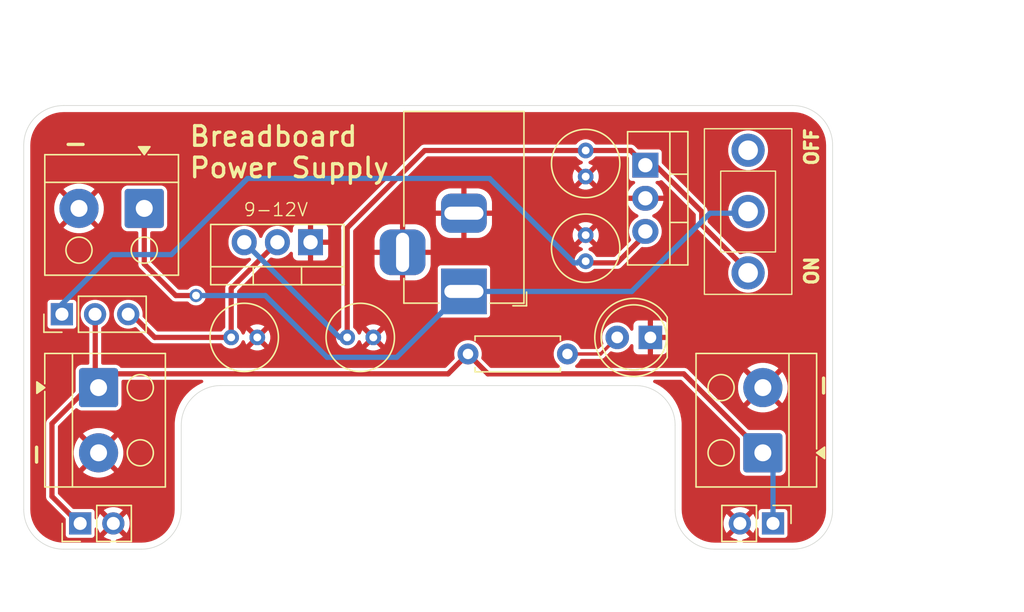
<source format=kicad_pcb>
(kicad_pcb (version 20241229) (generator "pcbnew") (generator_version "9.0")
  (title_block (title "Breadboard Power Supply") (date "2025-09-11"))
  (layers (0 "F.Cu" signal) (2 "B.Cu" signal) (13 "F.Paste" user) (15 "B.Paste" user) (5 "F.SilkS" user "F.Silkscreen") (7 "B.SilkS" user "B.Silkscreen") (1 "F.Mask" user) (3 "B.Mask" user) (25 "Edge.Cuts" user))
  (net 0 "")
  (net 1 "/VI")
  (net 2 "GND")
  (net 3 "/5V")
  (net 4 "/3V3")
  (net 5 "Net-(D1-A)")
  (net 6 "Net-(J7-Pin_1)")
  (net 7 "Net-(J2-Pin_2)")
  (footprint "Connector_PinHeader_2.54mm:PinHeader_1x02_P2.54mm_Vertical" (layer "F.Cu") (at 187.836 106.975 -90)
    (property "Reference" "J4" (hide yes))
    (property "Value" "Conn_01x02_Pin")
    (fp_line (start -1.38 3.92) (end 1.38 3.92) (stroke (width 0.12)) (layer "F.SilkS"))
    (fp_line (start -1.38 1.27) (end -1.38 3.92) (stroke (width 0.12)) (layer "F.SilkS"))
    (fp_line (start -1.38 1.27) (end 1.38 1.27) (stroke (width 0.12)) (layer "F.SilkS"))
    (fp_line (start 1.38 1.27) (end 1.38 3.92) (stroke (width 0.12)) (layer "F.SilkS"))
    (fp_line (start -1.38 0) (end -1.38 -1.38) (stroke (width 0.12)) (layer "F.SilkS"))
    (fp_line (start -1.38 -1.38) (end 0 -1.38) (stroke (width 0.12)) (layer "F.SilkS"))
    (pad "1" thru_hole rect (at 0 0 270) (size 1.7 1.7) (drill 1) (layers "*.Cu" "*.Mask") (net 7 "Net-(J2-Pin_2)"))
    (pad "2" thru_hole circle (at 0 2.54 270) (size 1.7 1.7) (drill 1) (layers "*.Cu" "*.Mask") (net 2 "GND"))
  )
  (footprint "Capacitor_THT:C_Radial_D5.0mm_H5.0mm_P2.00mm" (layer "F.Cu") (at 173.482 86.868 90)
    (property "Reference" "C2" (hide yes))
    (property "Value" "0.1")
    (fp_circle (center 1 0) (end 3.62 0) (stroke (width 0.12)) (fill no) (layer "F.SilkS"))
    (pad "1" thru_hole circle (at 0 0 90) (size 1.2 1.2) (drill 0.6) (layers "*.Cu" "*.Mask") (net 3 "/5V"))
    (pad "2" thru_hole circle (at 2 0 90) (size 1.2 1.2) (drill 0.6) (layers "*.Cu" "*.Mask") (net 2 "GND"))
  )
  (footprint "Package_TO_SOT_THT:TO-220-3_Vertical" (layer "F.Cu") (at 152.4 85.41 180)
    (property "Reference" "U2" (hide yes))
    (property "Value" "LD1117V")
    (fp_line (start 7.65 1.36) (end -2.57 1.36) (stroke (width 0.12)) (layer "F.SilkS"))
    (fp_line (start 7.65 -3.26) (end 7.65 1.36) (stroke (width 0.12)) (layer "F.SilkS"))
    (fp_line (start 4.39 -3.26) (end 4.39 -1.88) (stroke (width 0.12)) (layer "F.SilkS"))
    (fp_line (start 0.69 -3.26) (end 0.69 -1.88) (stroke (width 0.12)) (layer "F.SilkS"))
    (fp_line (start -2.57 1.36) (end -2.57 -3.26) (stroke (width 0.12)) (layer "F.SilkS"))
    (fp_line (start -2.57 -1.88) (end 7.65 -1.88) (stroke (width 0.12)) (layer "F.SilkS"))
    (fp_line (start -2.57 -3.26) (end 7.65 -3.26) (stroke (width 0.12)) (layer "F.SilkS"))
    (pad "1" thru_hole rect (at 0 0 180) (size 1.905 2) (drill 1.1) (layers "*.Cu" "*.Mask") (net 2 "GND"))
    (pad "2" thru_hole oval (at 2.54 0 180) (size 1.905 2) (drill 1.1) (layers "*.Cu" "*.Mask") (net 4 "/3V3"))
    (pad "3" thru_hole oval (at 5.08 0 180) (size 1.905 2) (drill 1.1) (layers "*.Cu" "*.Mask") (net 1 "/VI"))
  )
  (footprint "Capacitor_THT:C_Radial_D5.0mm_H5.0mm_P2.00mm" (layer "F.Cu") (at 146.32 92.71)
    (property "Reference" "C4" (hide yes))
    (property "Value" "0.1u")
    (fp_circle (center 1 0) (end 3.62 0) (stroke (width 0.12)) (fill no) (layer "F.SilkS"))
    (pad "1" thru_hole circle (at 0 0) (size 1.2 1.2) (drill 0.6) (layers "*.Cu" "*.Mask") (net 4 "/3V3"))
    (pad "2" thru_hole circle (at 2 0) (size 1.2 1.2) (drill 0.6) (layers "*.Cu" "*.Mask") (net 2 "GND"))
  )
  (footprint "Capacitor_THT:C_Radial_D5.0mm_H5.0mm_P2.00mm" (layer "F.Cu") (at 155.21 92.71)
    (property "Reference" "C3" (hide yes))
    (property "Value" "1u")
    (fp_circle (center 1 0) (end 3.62 0) (stroke (width 0.12)) (fill no) (layer "F.SilkS"))
    (pad "1" thru_hole circle (at 0 0) (size 1.2 1.2) (drill 0.6) (layers "*.Cu" "*.Mask") (net 1 "/VI"))
    (pad "2" thru_hole circle (at 2 0) (size 1.2 1.2) (drill 0.6) (layers "*.Cu" "*.Mask") (net 2 "GND"))
  )
  (footprint "Package_TO_SOT_THT:TO-220-3_Vertical" (layer "F.Cu") (at 178.054 79.502 -90)
    (property "Reference" "U1" (hide yes))
    (property "Value" "LM7805_TO220")
    (fp_line (start -2.57 1.36) (end -2.57 -3.26) (stroke (width 0.12)) (layer "F.SilkS"))
    (fp_line (start 7.65 1.36) (end -2.57 1.36) (stroke (width 0.12)) (layer "F.SilkS"))
    (fp_line (start -2.57 -1.88) (end 7.65 -1.88) (stroke (width 0.12)) (layer "F.SilkS"))
    (fp_line (start -2.57 -3.26) (end 7.65 -3.26) (stroke (width 0.12)) (layer "F.SilkS"))
    (fp_line (start 0.69 -3.26) (end 0.69 -1.88) (stroke (width 0.12)) (layer "F.SilkS"))
    (fp_line (start 4.39 -3.26) (end 4.39 -1.88) (stroke (width 0.12)) (layer "F.SilkS"))
    (fp_line (start 7.65 -3.26) (end 7.65 1.36) (stroke (width 0.12)) (layer "F.SilkS"))
    (pad "1" thru_hole rect (at 0 0 270) (size 1.905 2) (drill 1.1) (layers "*.Cu" "*.Mask") (net 1 "/VI"))
    (pad "2" thru_hole oval (at 2.54 0 270) (size 1.905 2) (drill 1.1) (layers "*.Cu" "*.Mask") (net 2 "GND"))
    (pad "3" thru_hole oval (at 5.08 0 270) (size 1.905 2) (drill 1.1) (layers "*.Cu" "*.Mask") (net 3 "/5V"))
  )
  (footprint "Capacitor_THT:C_Radial_D5.0mm_H5.0mm_P2.00mm" (layer "F.Cu") (at 173.482 78.375 -90)
    (property "Reference" "C1" (hide yes))
    (property "Value" "10u")
    (fp_circle (center 1 0) (end 3.62 0) (stroke (width 0.12)) (fill no) (layer "F.SilkS"))
    (pad "1" thru_hole circle (at 0 0 270) (size 1.2 1.2) (drill 0.6) (layers "*.Cu" "*.Mask") (net 1 "/VI"))
    (pad "2" thru_hole circle (at 2 0 270) (size 1.2 1.2) (drill 0.6) (layers "*.Cu" "*.Mask") (net 2 "GND"))
  )
  (footprint "LED_THT:LED_D5.0mm" (layer "F.Cu") (at 178.44 92.71 180)
    (property "Reference" "D1" (hide yes))
    (property "Value" "LED")
    (fp_line (start -1.29 -1.545) (end -1.29 1.545) (stroke (width 0.12)) (layer "F.SilkS"))
    (fp_arc (start 4.26 0) (mid 2.071779 2.880495) (end -1.29 1.54483) (stroke (width 0.12)) (layer "F.SilkS"))
    (fp_arc (start -1.29 -1.54483) (mid 2.071779 -2.880495) (end 4.26 0) (stroke (width 0.12)) (layer "F.SilkS"))
    (fp_circle (center 1.27 0) (end 3.77 0) (stroke (width 0.12)) (fill no) (layer "F.SilkS"))
    (pad "1" thru_hole rect (at 0 0 180) (size 1.8 1.8) (drill 0.9) (layers "*.Cu" "*.Mask") (net 2 "GND"))
    (pad "2" thru_hole circle (at 2.54 0 180) (size 1.8 1.8) (drill 0.9) (layers "*.Cu" "*.Mask") (net 5 "Net-(D1-A)"))
  )
  (footprint "Connector_BarrelJack:BarrelJack_Horizontal" (layer "F.Cu") (at 164.1525 89.185 -90)
    (property "Reference" "J1" (hide yes))
    (property "Value" "Barrel_Jack_Switch")
    (fp_line (start -13.8 4.6) (end -13.8 -4.6) (stroke (width 0.12)) (layer "F.SilkS"))
    (fp_line (start -5 4.6) (end -13.8 4.6) (stroke (width 0.12)) (layer "F.SilkS"))
    (fp_line (start 0.9 4.6) (end -1 4.6) (stroke (width 0.12)) (layer "F.SilkS"))
    (fp_line (start 0.9 1.9) (end 0.9 4.6) (stroke (width 0.12)) (layer "F.SilkS"))
    (fp_line (start 1.1 -3.75) (end 1.1 -4.8) (stroke (width 0.12)) (layer "F.SilkS"))
    (fp_line (start -13.8 -4.6) (end 0.9 -4.6) (stroke (width 0.12)) (layer "F.SilkS"))
    (fp_line (start 0.9 -4.6) (end 0.9 -2) (stroke (width 0.12)) (layer "F.SilkS"))
    (fp_line (start 0.05 -4.8) (end 1.1 -4.8) (stroke (width 0.12)) (layer "F.SilkS"))
    (pad "1" thru_hole rect (at 0 0 270) (size 3.5 3.5) (drill oval 1 3) (layers "*.Cu" "*.Mask") (net 6 "Net-(J7-Pin_1)"))
    (pad "2" thru_hole roundrect (at -6 0 270) (size 3 3.5) (drill oval 1 3) (layers "*.Cu" "*.Mask") (net 2 "GND"))
    (pad "3" thru_hole roundrect (at -3 4.7 270) (size 3.5 3.5) (drill oval 3 1) (layers "*.Cu" "*.Mask") (net 2 "GND"))
  )
  (footprint "Connector_PinHeader_2.54mm:PinHeader_1x03_P2.54mm_Vertical" (layer "F.Cu") (at 133.35 90.932 90)
    (property "Reference" "J2" (hide yes))
    (property "Value" "Conn_01x03_Pin")
    (fp_line (start -1.38 -1.38) (end 0 -1.38) (stroke (width 0.12)) (layer "F.SilkS"))
    (fp_line (start -1.38 0) (end -1.38 -1.38) (stroke (width 0.12)) (layer "F.SilkS"))
    (fp_line (start 1.38 1.27) (end 1.38 6.46) (stroke (width 0.12)) (layer "F.SilkS"))
    (fp_line (start -1.38 1.27) (end 1.38 1.27) (stroke (width 0.12)) (layer "F.SilkS"))
    (fp_line (start -1.38 1.27) (end -1.38 6.46) (stroke (width 0.12)) (layer "F.SilkS"))
    (fp_line (start -1.38 6.46) (end 1.38 6.46) (stroke (width 0.12)) (layer "F.SilkS"))
    (pad "1" thru_hole rect (at 0 0 90) (size 1.7 1.7) (drill 1) (layers "*.Cu" "*.Mask") (net 3 "/5V"))
    (pad "2" thru_hole circle (at 0 2.54 90) (size 1.7 1.7) (drill 1) (layers "*.Cu" "*.Mask") (net 7 "Net-(J2-Pin_2)"))
    (pad "3" thru_hole circle (at 0 5.08 90) (size 1.7 1.7) (drill 1) (layers "*.Cu" "*.Mask") (net 4 "/3V3"))
  )
  (footprint "Resistor_THT:R_Axial_DIN0207_L6.3mm_D2.5mm_P7.62mm_Horizontal" (layer "F.Cu") (at 164.465 93.98)
    (property "Reference" "R1" (hide yes))
    (property "Value" "330")
    (fp_line (start 0.54 -1.37) (end 7.08 -1.37) (stroke (width 0.12)) (layer "F.SilkS"))
    (fp_line (start 0.54 -1.04) (end 0.54 -1.37) (stroke (width 0.12)) (layer "F.SilkS"))
    (fp_line (start 0.54 1.04) (end 0.54 1.37) (stroke (width 0.12)) (layer "F.SilkS"))
    (fp_line (start 0.54 1.37) (end 7.08 1.37) (stroke (width 0.12)) (layer "F.SilkS"))
    (fp_line (start 7.08 -1.37) (end 7.08 -1.04) (stroke (width 0.12)) (layer "F.SilkS"))
    (fp_line (start 7.08 1.37) (end 7.08 1.04) (stroke (width 0.12)) (layer "F.SilkS"))
    (pad "1" thru_hole circle (at 0 0) (size 1.6 1.6) (drill 0.8) (layers "*.Cu" "*.Mask") (net 7 "Net-(J2-Pin_2)"))
    (pad "2" thru_hole circle (at 7.62 0) (size 1.6 1.6) (drill 0.8) (layers "*.Cu" "*.Mask") (net 5 "Net-(D1-A)"))
  )
  (footprint "TerminalBlock_Altech:Altech_AK100_1x02_P5.00mm" (layer "F.Cu") (at 139.66 82.8175 180)
    (property "Reference" "J7" (hide yes))
    (property "Value" "Screw_Terminal_01x02")
    (fp_line (start 7.62 4.12) (end 0.3 4.12) (stroke (width 0.12)) (layer "F.SilkS"))
    (fp_line (start 7.62 -5.12) (end 7.62 4.12) (stroke (width 0.12)) (layer "F.SilkS"))
    (fp_line (start -0.3 4.12) (end -2.62 4.12) (stroke (width 0.12)) (layer "F.SilkS"))
    (fp_line (start -2.62 4.12) (end -2.62 -5.12) (stroke (width 0.12)) (layer "F.SilkS"))
    (fp_line (start -2.62 2) (end 7.62 2) (stroke (width 0.12)) (layer "F.SilkS"))
    (fp_line (start -2.62 -5.12) (end 7.62 -5.12) (stroke (width 0.12)) (layer "F.SilkS"))
    (fp_circle (center 5 -3.2) (end 6 -3.2) (stroke (width 0.12)) (fill no) (layer "F.SilkS"))
    (fp_circle (center 0 -3.2) (end 1 -3.2) (stroke (width 0.12)) (fill no) (layer "F.SilkS"))
    (fp_poly (pts (xy 0 4.12) (xy 0.44 4.73) (xy -0.44 4.73)) (stroke (width 0.12)) (fill yes) (layer "F.SilkS"))
    (pad "1" thru_hole roundrect (at 0 0 180) (size 3 3) (drill 1.3) (layers "*.Cu" "*.Mask") (roundrect_rratio 0.083333) (net 6 "Net-(J7-Pin_1)"))
    (pad "2" thru_hole circle (at 5 0 180) (size 3 3) (drill 1.3) (layers "*.Cu" "*.Mask") (net 2 "GND"))
  )
  (footprint "TerminalBlock_Altech:Altech_AK100_1x02_P5.00mm" (layer "F.Cu") (at 187.0575 101.56 90)
    (property "Reference" "J5" (hide yes))
    (property "Value" "Screw_Terminal_01x02")
    (fp_line (start 7.62 -5.12) (end 7.62 4.12) (stroke (width 0.12)) (layer "F.SilkS"))
    (fp_line (start -2.62 -5.12) (end 7.62 -5.12) (stroke (width 0.12)) (layer "F.SilkS"))
    (fp_line (start -2.62 2) (end 7.62 2) (stroke (width 0.12)) (layer "F.SilkS"))
    (fp_line (start 7.62 4.12) (end 0.3 4.12) (stroke (width 0.12)) (layer "F.SilkS"))
    (fp_line (start -0.3 4.12) (end -2.62 4.12) (stroke (width 0.12)) (layer "F.SilkS"))
    (fp_line (start -2.62 4.12) (end -2.62 -5.12) (stroke (width 0.12)) (layer "F.SilkS"))
    (fp_circle (center 5 -3.2) (end 6 -3.2) (stroke (width 0.12)) (fill no) (layer "F.SilkS"))
    (fp_circle (center 0 -3.2) (end 1 -3.2) (stroke (width 0.12)) (fill no) (layer "F.SilkS"))
    (fp_poly (pts (xy 0 4.12) (xy 0.44 4.73) (xy -0.44 4.73)) (stroke (width 0.12)) (fill yes) (layer "F.SilkS"))
    (pad "1" thru_hole roundrect (at 0 0 90) (size 3 3) (drill 1.3) (layers "*.Cu" "*.Mask") (roundrect_rratio 0.083333) (net 7 "Net-(J2-Pin_2)"))
    (pad "2" thru_hole circle (at 5 0 90) (size 3 3) (drill 1.3) (layers "*.Cu" "*.Mask") (net 2 "GND"))
  )
  (footprint "TerminalBlock_Altech:Altech_AK100_1x02_P5.00mm" (layer "F.Cu") (at 136.1575 96.56 -90)
    (property "Reference" "J6" (hide yes))
    (property "Value" "Screw_Terminal_01x02")
    (fp_line (start -2.62 4.12) (end -2.62 -5.12) (stroke (width 0.12)) (layer "F.SilkS"))
    (fp_line (start -0.3 4.12) (end -2.62 4.12) (stroke (width 0.12)) (layer "F.SilkS"))
    (fp_line (start 7.62 4.12) (end 0.3 4.12) (stroke (width 0.12)) (layer "F.SilkS"))
    (fp_line (start -2.62 2) (end 7.62 2) (stroke (width 0.12)) (layer "F.SilkS"))
    (fp_line (start -2.62 -5.12) (end 7.62 -5.12) (stroke (width 0.12)) (layer "F.SilkS"))
    (fp_line (start 7.62 -5.12) (end 7.62 4.12) (stroke (width 0.12)) (layer "F.SilkS"))
    (fp_circle (center 0 -3.2) (end 1 -3.2) (stroke (width 0.12)) (fill no) (layer "F.SilkS"))
    (fp_circle (center 5 -3.2) (end 6 -3.2) (stroke (width 0.12)) (fill no) (layer "F.SilkS"))
    (fp_poly (pts (xy 0 4.12) (xy 0.44 4.73) (xy -0.44 4.73)) (stroke (width 0.12)) (fill yes) (layer "F.SilkS"))
    (pad "1" thru_hole roundrect (at 0 0 270) (size 3 3) (drill 1.3) (layers "*.Cu" "*.Mask") (roundrect_rratio 0.083333) (net 7 "Net-(J2-Pin_2)"))
    (pad "2" thru_hole circle (at 5 0 270) (size 3 3) (drill 1.3) (layers "*.Cu" "*.Mask") (net 2 "GND"))
  )
  (footprint "Slide_Switch_SS12D10:SS12D10_THT_12.7x6.7mm_P4.7mm" (layer "F.Cu") (at 185.928 83.058 90)
    (property "Reference" "SW1" (hide yes))
    (property "Value" "SS12D10")
    (fp_rect (start -6.35 -3.35) (end 6.35 3.35) (stroke (width 0.1)) (fill no) (layer "F.SilkS"))
    (fp_rect (start -3.1 -2.1) (end 3.1 2.1) (stroke (width 0.1)) (fill no) (layer "F.SilkS"))
    (pad "1" thru_hole circle (at -4.7 0 90) (size 2.54 2.54) (drill 1.5) (layers "*.Cu" "*.Mask") (net 1 "/VI"))
    (pad "2" thru_hole circle (at 0 0 90) (size 2.54 2.54) (drill 1.5) (layers "*.Cu" "*.Mask") (net 6 "Net-(J7-Pin_1)"))
    (pad "3" thru_hole circle (at 4.7 0 90) (size 2.54 2.54) (drill 1.5) (layers "*.Cu" "*.Mask"))
  )
  (footprint "Connector_PinHeader_2.54mm:PinHeader_1x02_P2.54mm_Vertical" (layer "F.Cu") (at 134.75 106.975 90)
    (property "Reference" "J3" (hide yes))
    (property "Value" "Conn_01x02_Pin")
    (fp_line (start -1.38 -1.38) (end 0 -1.38) (stroke (width 0.12)) (layer "F.SilkS"))
    (fp_line (start -1.38 0) (end -1.38 -1.38) (stroke (width 0.12)) (layer "F.SilkS"))
    (fp_line (start 1.38 1.27) (end 1.38 3.92) (stroke (width 0.12)) (layer "F.SilkS"))
    (fp_line (start -1.38 1.27) (end 1.38 1.27) (stroke (width 0.12)) (layer "F.SilkS"))
    (fp_line (start -1.38 1.27) (end -1.38 3.92) (stroke (width 0.12)) (layer "F.SilkS"))
    (fp_line (start -1.38 3.92) (end 1.38 3.92) (stroke (width 0.12)) (layer "F.SilkS"))
    (pad "1" thru_hole rect (at 0 0 90) (size 1.7 1.7) (drill 1) (layers "*.Cu" "*.Mask") (net 7 "Net-(J2-Pin_2)"))
    (pad "2" thru_hole circle (at 0 2.54 90) (size 1.7 1.7) (drill 1) (layers "*.Cu" "*.Mask") (net 2 "GND"))
  )
  (gr_line (start 142.494 105.901) (end 142.494 99.448) (stroke (width 0.05)) (layer "Edge.Cuts"))
  (gr_line (start 133.473261 74.929962) (end 189.357 74.93) (stroke (width 0.05)) (layer "Edge.Cuts"))
  (gr_line (start 183.3843 108.949002) (end 189.357 108.949002) (stroke (width 0.05)) (layer "Edge.Cuts"))
  (gr_arc (start 142.494 99.448) (mid 143.386739 97.292739) (end 145.542 96.4) (stroke (width 0.05)) (layer "Edge.Cuts"))
  (gr_arc (start 177.2883 96.4) (mid 179.443561 97.292739) (end 180.3363 99.448) (stroke (width 0.05)) (layer "Edge.Cuts"))
  (gr_line (start 192.405 77.978) (end 192.405 105.901) (stroke (width 0.05)) (layer "Edge.Cuts"))
  (gr_arc (start 192.405 105.901002) (mid 191.512261 108.056263) (end 189.357 108.949002) (stroke (width 0.05)) (layer "Edge.Cuts"))
  (gr_line (start 180.3363 105.901) (end 180.3363 99.448) (stroke (width 0.05)) (layer "Edge.Cuts"))
  (gr_line (start 130.425261 77.978) (end 130.4253 105.901) (stroke (width 0.05)) (layer "Edge.Cuts"))
  (gr_arc (start 183.3843 108.949002) (mid 181.229039 108.056263) (end 180.3363 105.901002) (stroke (width 0.05)) (layer "Edge.Cuts"))
  (gr_arc (start 142.494 105.901) (mid 141.601261 108.056261) (end 139.446 108.949) (stroke (width 0.05)) (layer "Edge.Cuts"))
  (gr_line (start 145.542 96.4) (end 177.2883 96.4) (stroke (width 0.05)) (layer "Edge.Cuts"))
  (gr_arc (start 133.4733 108.949) (mid 131.318039 108.056261) (end 130.4253 105.901) (stroke (width 0.05)) (layer "Edge.Cuts"))
  (gr_line (start 133.4733 108.949) (end 139.446 108.949) (stroke (width 0.05)) (layer "Edge.Cuts"))
  (gr_arc (start 189.357 74.93) (mid 191.512261 75.822739) (end 192.405 77.978) (stroke (width 0.05)) (layer "Edge.Cuts"))
  (gr_arc (start 130.425261 77.978) (mid 131.318 75.822739) (end 133.473261 74.93) (stroke (width 0.05)) (layer "Edge.Cuts"))
  (gr_text "ON" (at 190.8 87.6 90) (layer "F.SilkS") (effects (font (size 1 1) (thickness 0.25) (bold yes))))
  (gr_text "-" (at 131.3 101.7 90) (layer "F.SilkS") (effects (font (size 1.5 1.5) (thickness 0.254) (bold yes))))
  (gr_text "-" (at 191.6 96.4 90) (layer "F.SilkS") (effects (font (size 1.5 1.5) (thickness 0.254) (bold yes))))
  (gr_text "-" (at 134.4 77.8 0) (layer "F.SilkS") (effects (font (size 1.5 1.5) (thickness 0.254) (bold yes))))
  (gr_text "OFF" (at 190.8 78.1 90) (layer "F.SilkS") (effects (font (size 1 1) (thickness 0.25) (bold yes))))
  (gr_text "Breadboard\nPower Supply" (at 143 78.5 0) (layer "F.SilkS") (effects (font (size 1.5 1.5) (thickness 0.254)) (justify left)))
  (gr_text "9-12V" (at 147.2 83.5 0) (layer "F.SilkS") (effects (font (size 1 1) (thickness 0.1)) (justify left bottom)))
  (segment (start 178.181 79.375) (end 178.689 79.375) (width 0.4) (layer "F.Cu") (net 1))
  (segment (start 185.166 86.868) (end 185.166 87.25) (width 0.4) (layer "F.Cu") (net 1))
  (segment (start 185.674 87.758) (end 185.928 87.758) (width 0.4) (layer "F.Cu") (net 1))
  (segment (start 155.194 84.328) (end 155.21 84.344) (width 0.4) (layer "F.Cu") (net 1))
  (segment (start 182.372 84.074) (end 185.166 86.868) (width 0.4) (layer "F.Cu") (net 1))
  (segment (start 161.147 78.375) (end 155.194 84.328) (width 0.4) (layer "F.Cu") (net 1))
  (segment (start 176.927 78.375) (end 178.054 79.502) (width 0.4) (layer "F.Cu") (net 1))
  (segment (start 155.21 84.344) (end 155.21 92.71) (width 0.4) (layer "F.Cu") (net 1))
  (segment (start 185.166 87.25) (end 185.674 87.758) (width 0.4) (layer "F.Cu") (net 1))
  (segment (start 173.482 78.375) (end 161.147 78.375) (width 0.4) (layer "F.Cu") (net 1))
  (segment (start 173.482 78.375) (end 176.927 78.375) (width 0.4) (layer "F.Cu") (net 1))
  (segment (start 182.372 83.058) (end 182.372 84.074) (width 0.4) (layer "F.Cu") (net 1))
  (segment (start 178.054 79.502) (end 178.181 79.375) (width 0.4) (layer "F.Cu") (net 1))
  (segment (start 178.689 79.375) (end 182.372 83.058) (width 0.4) (layer "F.Cu") (net 1))
  (segment (start 147.32 85.41) (end 154.62 92.71) (width 0.4) (layer "B.Cu") (net 1))
  (segment (start 154.62 92.71) (end 155.21 92.71) (width 0.4) (layer "B.Cu") (net 1))
  (segment (start 173.482 86.868) (end 173.609 86.995) (width 0.4) (layer "F.Cu") (net 3))
  (segment (start 173.609 86.995) (end 175.895 86.995) (width 0.4) (layer "F.Cu") (net 3))
  (segment (start 177.8 85.09) (end 177.8 84.836) (width 0.4) (layer "F.Cu") (net 3))
  (segment (start 177.8 84.836) (end 178.054 84.582) (width 0.4) (layer "F.Cu") (net 3))
  (segment (start 175.895 86.995) (end 177.8 85.09) (width 0.4) (layer "F.Cu") (net 3))
  (segment (start 172.847 86.995) (end 172.974 86.868) (width 0.4) (layer "B.Cu") (net 3))
  (segment (start 172.593 86.995) (end 172.847 86.995) (width 0.4) (layer "B.Cu") (net 3))
  (segment (start 166.116 80.518) (end 172.593 86.995) (width 0.4) (layer "B.Cu") (net 3))
  (segment (start 141.732 86.36) (end 147.574 80.518) (width 0.4) (layer "B.Cu") (net 3))
  (segment (start 133.35 90.16) (end 137.15 86.36) (width 0.4) (layer "B.Cu") (net 3))
  (segment (start 172.974 86.868) (end 173.482 86.868) (width 0.4) (layer "B.Cu") (net 3))
  (segment (start 133.35 90.932) (end 133.35 90.16) (width 0.4) (layer "B.Cu") (net 3))
  (segment (start 147.574 80.518) (end 166.116 80.518) (width 0.4) (layer "B.Cu") (net 3))
  (segment (start 137.15 86.36) (end 141.732 86.36) (width 0.4) (layer "B.Cu") (net 3))
  (segment (start 146.32 92.71) (end 140.462 92.71) (width 0.4) (layer "F.Cu") (net 4))
  (segment (start 146.32 92.71) (end 146.32 88.95) (width 0.4) (layer "F.Cu") (net 4))
  (segment (start 146.32 88.95) (end 149.86 85.41) (width 0.4) (layer "F.Cu") (net 4))
  (segment (start 138.684 90.932) (end 138.43 90.932) (width 0.4) (layer "F.Cu") (net 4))
  (segment (start 140.462 92.71) (end 138.684 90.932) (width 0.4) (layer "F.Cu") (net 4))
  (segment (start 174.63 93.98) (end 175.9 92.71) (width 0.254) (layer "F.Cu") (net 5))
  (segment (start 172.085 93.98) (end 174.63 93.98) (width 0.254) (layer "F.Cu") (net 5))
  (segment (start 139.66 87.082) (end 139.66 82.8175) (width 0.4) (layer "F.Cu") (net 6))
  (segment (start 143.625 89.5) (end 142.078 89.5) (width 0.4) (layer "F.Cu") (net 6))
  (segment (start 142.078 89.5) (end 139.66 87.082) (width 0.4) (layer "F.Cu") (net 6))
  (via (at 143.625 89.5) (size 1) (drill 0.6) (layers "F.Cu" "B.Cu") (net 6))
  (segment (start 164.053 89.185) (end 164.1525 89.185) (width 0.4) (layer "B.Cu") (net 6))
  (segment (start 159.004 94.234) (end 164.053 89.185) (width 0.4) (layer "B.Cu") (net 6))
  (segment (start 185.674 83.058) (end 185.547 83.185) (width 0.4) (layer "B.Cu") (net 6))
  (segment (start 177.007 89.185) (end 164.1525 89.185) (width 0.4) (layer "B.Cu") (net 6))
  (segment (start 185.928 83.058) (end 185.674 83.058) (width 0.4) (layer "B.Cu") (net 6))
  (segment (start 148.936 89.5) (end 153.67 94.234) (width 0.4) (layer "B.Cu") (net 6))
  (segment (start 153.67 94.234) (end 159.004 94.234) (width 0.4) (layer "B.Cu") (net 6))
  (segment (start 185.547 83.185) (end 183.007 83.185) (width 0.4) (layer "B.Cu") (net 6))
  (segment (start 143.625 89.5) (end 148.936 89.5) (width 0.4) (layer "B.Cu") (net 6))
  (segment (start 183.007 83.185) (end 177.007 89.185) (width 0.4) (layer "B.Cu") (net 6))
  (segment (start 134.661 106.975) (end 132.588 104.902) (width 0.4) (layer "F.Cu") (net 7))
  (segment (start 132.588 99.314) (end 135.342 96.56) (width 0.4) (layer "F.Cu") (net 7))
  (segment (start 137.16 95.504) (end 162.941 95.504) (width 0.4) (layer "F.Cu") (net 7))
  (segment (start 135.905 96.3075) (end 136.1575 96.56) (width 0.4) (layer "F.Cu") (net 7))
  (segment (start 135.89 90.932) (end 135.905 90.947) (width 0.4) (layer "F.Cu") (net 7))
  (segment (start 165.989 95.504) (end 181.0015 95.504) (width 0.4) (layer "F.Cu") (net 7))
  (segment (start 187.836 102.3385) (end 187.0575 101.56) (width 0.4) (layer "F.Cu") (net 7))
  (segment (start 134.75 106.975) (end 134.661 106.975) (width 0.4) (layer "F.Cu") (net 7))
  (segment (start 136.1575 96.56) (end 136.1575 96.5065) (width 0.4) (layer "F.Cu") (net 7))
  (segment (start 181.0015 95.504) (end 187.0575 101.56) (width 0.4) (layer "F.Cu") (net 7))
  (segment (start 132.588 104.902) (end 132.588 99.314) (width 0.4) (layer "F.Cu") (net 7))
  (segment (start 136.1575 96.5065) (end 137.16 95.504) (width 0.4) (layer "F.Cu") (net 7))
  (segment (start 162.941 95.504) (end 164.465 93.98) (width 0.4) (layer "F.Cu") (net 7))
  (segment (start 135.342 96.56) (end 136.1575 96.56) (width 0.4) (layer "F.Cu") (net 7))
  (segment (start 164.465 93.98) (end 165.989 95.504) (width 0.4) (layer "F.Cu") (net 7))
  (segment (start 135.905 90.947) (end 135.905 96.3075) (width 0.4) (layer "F.Cu") (net 7))
  (segment (start 187.836 106.975) (end 187.836 102.3385) (width 0.4) (layer "B.Cu") (net 7))
  (segment (start 187.836 102.3385) (end 187.0575 101.56) (width 0.4) (layer "B.Cu") (net 7))
  (zone (net 2) (net_name "GND") (layer "F.Cu") (connect_pads (clearance 0.254)) (min_thickness 0.254) (fill yes (thermal_gap 0.4) (thermal_bridge_width 0.4))
    (polygon (pts (xy 129.159 72.009) (xy 129.286 113.665) (xy 193.802 113.792) (xy 193.675 71.882)))
  )
)
</source>
